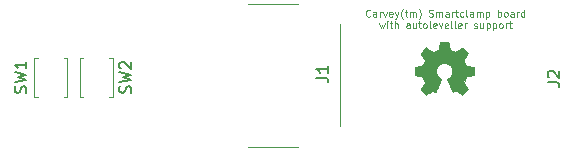
<source format=gbr>
%TF.GenerationSoftware,KiCad,Pcbnew,(2017-10-17 revision 537804b)-master*%
%TF.CreationDate,2018-05-17T21:35:02+10:00*%
%TF.ProjectId,carvey,6361727665792E6B696361645F706362,rev?*%
%TF.SameCoordinates,PX792a110PY61e5090*%
%TF.FileFunction,Legend,Top*%
%TF.FilePolarity,Positive*%
%FSLAX46Y46*%
G04 Gerber Fmt 4.6, Leading zero omitted, Abs format (unit mm)*
G04 Created by KiCad (PCBNEW (2017-10-17 revision 537804b)-master) date Thursday, 17 May 2018 'PMt' 21:35:02*
%MOMM*%
%LPD*%
G01*
G04 APERTURE LIST*
%ADD10C,0.050000*%
%ADD11C,0.002540*%
%ADD12C,0.120000*%
%ADD13C,0.150000*%
G04 APERTURE END LIST*
D10*
X33467857Y12635715D02*
X33439285Y12607143D01*
X33353571Y12578572D01*
X33296428Y12578572D01*
X33210714Y12607143D01*
X33153571Y12664286D01*
X33125000Y12721429D01*
X33096428Y12835715D01*
X33096428Y12921429D01*
X33125000Y13035715D01*
X33153571Y13092858D01*
X33210714Y13150000D01*
X33296428Y13178572D01*
X33353571Y13178572D01*
X33439285Y13150000D01*
X33467857Y13121429D01*
X33982142Y12578572D02*
X33982142Y12892858D01*
X33953571Y12950000D01*
X33896428Y12978572D01*
X33782142Y12978572D01*
X33725000Y12950000D01*
X33982142Y12607143D02*
X33925000Y12578572D01*
X33782142Y12578572D01*
X33725000Y12607143D01*
X33696428Y12664286D01*
X33696428Y12721429D01*
X33725000Y12778572D01*
X33782142Y12807143D01*
X33925000Y12807143D01*
X33982142Y12835715D01*
X34267857Y12578572D02*
X34267857Y12978572D01*
X34267857Y12864286D02*
X34296428Y12921429D01*
X34325000Y12950000D01*
X34382142Y12978572D01*
X34439285Y12978572D01*
X34582142Y12978572D02*
X34725000Y12578572D01*
X34867857Y12978572D01*
X35325000Y12607143D02*
X35267857Y12578572D01*
X35153571Y12578572D01*
X35096428Y12607143D01*
X35067857Y12664286D01*
X35067857Y12892858D01*
X35096428Y12950000D01*
X35153571Y12978572D01*
X35267857Y12978572D01*
X35325000Y12950000D01*
X35353571Y12892858D01*
X35353571Y12835715D01*
X35067857Y12778572D01*
X35553571Y12978572D02*
X35696428Y12578572D01*
X35839285Y12978572D02*
X35696428Y12578572D01*
X35639285Y12435715D01*
X35610714Y12407143D01*
X35553571Y12378572D01*
X36239285Y12350000D02*
X36210714Y12378572D01*
X36153571Y12464286D01*
X36125000Y12521429D01*
X36096428Y12607143D01*
X36067857Y12750000D01*
X36067857Y12864286D01*
X36096428Y13007143D01*
X36125000Y13092858D01*
X36153571Y13150000D01*
X36210714Y13235715D01*
X36239285Y13264286D01*
X36382142Y12978572D02*
X36610714Y12978572D01*
X36467857Y13178572D02*
X36467857Y12664286D01*
X36496428Y12607143D01*
X36553571Y12578572D01*
X36610714Y12578572D01*
X36810714Y12578572D02*
X36810714Y12978572D01*
X36810714Y12921429D02*
X36839285Y12950000D01*
X36896428Y12978572D01*
X36982142Y12978572D01*
X37039285Y12950000D01*
X37067857Y12892858D01*
X37067857Y12578572D01*
X37067857Y12892858D02*
X37096428Y12950000D01*
X37153571Y12978572D01*
X37239285Y12978572D01*
X37296428Y12950000D01*
X37325000Y12892858D01*
X37325000Y12578572D01*
X37553571Y12350000D02*
X37582142Y12378572D01*
X37639285Y12464286D01*
X37667857Y12521429D01*
X37696428Y12607143D01*
X37725000Y12750000D01*
X37725000Y12864286D01*
X37696428Y13007143D01*
X37667857Y13092858D01*
X37639285Y13150000D01*
X37582142Y13235715D01*
X37553571Y13264286D01*
X38439285Y12607143D02*
X38525000Y12578572D01*
X38667857Y12578572D01*
X38725000Y12607143D01*
X38753571Y12635715D01*
X38782142Y12692858D01*
X38782142Y12750000D01*
X38753571Y12807143D01*
X38725000Y12835715D01*
X38667857Y12864286D01*
X38553571Y12892858D01*
X38496428Y12921429D01*
X38467857Y12950000D01*
X38439285Y13007143D01*
X38439285Y13064286D01*
X38467857Y13121429D01*
X38496428Y13150000D01*
X38553571Y13178572D01*
X38696428Y13178572D01*
X38782142Y13150000D01*
X39039285Y12578572D02*
X39039285Y12978572D01*
X39039285Y12921429D02*
X39067857Y12950000D01*
X39125000Y12978572D01*
X39210714Y12978572D01*
X39267857Y12950000D01*
X39296428Y12892858D01*
X39296428Y12578572D01*
X39296428Y12892858D02*
X39325000Y12950000D01*
X39382142Y12978572D01*
X39467857Y12978572D01*
X39525000Y12950000D01*
X39553571Y12892858D01*
X39553571Y12578572D01*
X40096428Y12578572D02*
X40096428Y12892858D01*
X40067857Y12950000D01*
X40010714Y12978572D01*
X39896428Y12978572D01*
X39839285Y12950000D01*
X40096428Y12607143D02*
X40039285Y12578572D01*
X39896428Y12578572D01*
X39839285Y12607143D01*
X39810714Y12664286D01*
X39810714Y12721429D01*
X39839285Y12778572D01*
X39896428Y12807143D01*
X40039285Y12807143D01*
X40096428Y12835715D01*
X40382142Y12578572D02*
X40382142Y12978572D01*
X40382142Y12864286D02*
X40410714Y12921429D01*
X40439285Y12950000D01*
X40496428Y12978572D01*
X40553571Y12978572D01*
X40667857Y12978572D02*
X40896428Y12978572D01*
X40753571Y13178572D02*
X40753571Y12664286D01*
X40782142Y12607143D01*
X40839285Y12578572D01*
X40896428Y12578572D01*
X41353571Y12607143D02*
X41296428Y12578572D01*
X41182142Y12578572D01*
X41125000Y12607143D01*
X41096428Y12635715D01*
X41067857Y12692858D01*
X41067857Y12864286D01*
X41096428Y12921429D01*
X41125000Y12950000D01*
X41182142Y12978572D01*
X41296428Y12978572D01*
X41353571Y12950000D01*
X41696428Y12578572D02*
X41639285Y12607143D01*
X41610714Y12664286D01*
X41610714Y13178572D01*
X42182142Y12578572D02*
X42182142Y12892858D01*
X42153571Y12950000D01*
X42096428Y12978572D01*
X41982142Y12978572D01*
X41925000Y12950000D01*
X42182142Y12607143D02*
X42125000Y12578572D01*
X41982142Y12578572D01*
X41925000Y12607143D01*
X41896428Y12664286D01*
X41896428Y12721429D01*
X41925000Y12778572D01*
X41982142Y12807143D01*
X42125000Y12807143D01*
X42182142Y12835715D01*
X42467857Y12578572D02*
X42467857Y12978572D01*
X42467857Y12921429D02*
X42496428Y12950000D01*
X42553571Y12978572D01*
X42639285Y12978572D01*
X42696428Y12950000D01*
X42725000Y12892858D01*
X42725000Y12578572D01*
X42725000Y12892858D02*
X42753571Y12950000D01*
X42810714Y12978572D01*
X42896428Y12978572D01*
X42953571Y12950000D01*
X42982142Y12892858D01*
X42982142Y12578572D01*
X43267857Y12978572D02*
X43267857Y12378572D01*
X43267857Y12950000D02*
X43325000Y12978572D01*
X43439285Y12978572D01*
X43496428Y12950000D01*
X43525000Y12921429D01*
X43553571Y12864286D01*
X43553571Y12692858D01*
X43525000Y12635715D01*
X43496428Y12607143D01*
X43439285Y12578572D01*
X43325000Y12578572D01*
X43267857Y12607143D01*
X44267857Y12578572D02*
X44267857Y13178572D01*
X44267857Y12950000D02*
X44325000Y12978572D01*
X44439285Y12978572D01*
X44496428Y12950000D01*
X44525000Y12921429D01*
X44553571Y12864286D01*
X44553571Y12692858D01*
X44525000Y12635715D01*
X44496428Y12607143D01*
X44439285Y12578572D01*
X44325000Y12578572D01*
X44267857Y12607143D01*
X44896428Y12578572D02*
X44839285Y12607143D01*
X44810714Y12635715D01*
X44782142Y12692858D01*
X44782142Y12864286D01*
X44810714Y12921429D01*
X44839285Y12950000D01*
X44896428Y12978572D01*
X44982142Y12978572D01*
X45039285Y12950000D01*
X45067857Y12921429D01*
X45096428Y12864286D01*
X45096428Y12692858D01*
X45067857Y12635715D01*
X45039285Y12607143D01*
X44982142Y12578572D01*
X44896428Y12578572D01*
X45610714Y12578572D02*
X45610714Y12892858D01*
X45582142Y12950000D01*
X45525000Y12978572D01*
X45410714Y12978572D01*
X45353571Y12950000D01*
X45610714Y12607143D02*
X45553571Y12578572D01*
X45410714Y12578572D01*
X45353571Y12607143D01*
X45325000Y12664286D01*
X45325000Y12721429D01*
X45353571Y12778572D01*
X45410714Y12807143D01*
X45553571Y12807143D01*
X45610714Y12835715D01*
X45896428Y12578572D02*
X45896428Y12978572D01*
X45896428Y12864286D02*
X45925000Y12921429D01*
X45953571Y12950000D01*
X46010714Y12978572D01*
X46067857Y12978572D01*
X46525000Y12578572D02*
X46525000Y13178572D01*
X46525000Y12607143D02*
X46467857Y12578572D01*
X46353571Y12578572D01*
X46296428Y12607143D01*
X46267857Y12635715D01*
X46239285Y12692858D01*
X46239285Y12864286D01*
X46267857Y12921429D01*
X46296428Y12950000D01*
X46353571Y12978572D01*
X46467857Y12978572D01*
X46525000Y12950000D01*
X34225000Y12028572D02*
X34339285Y11628572D01*
X34453571Y11914286D01*
X34567857Y11628572D01*
X34682142Y12028572D01*
X34910714Y11628572D02*
X34910714Y12028572D01*
X34910714Y12228572D02*
X34882142Y12200000D01*
X34910714Y12171429D01*
X34939285Y12200000D01*
X34910714Y12228572D01*
X34910714Y12171429D01*
X35110714Y12028572D02*
X35339285Y12028572D01*
X35196428Y12228572D02*
X35196428Y11714286D01*
X35225000Y11657143D01*
X35282142Y11628572D01*
X35339285Y11628572D01*
X35539285Y11628572D02*
X35539285Y12228572D01*
X35796428Y11628572D02*
X35796428Y11942858D01*
X35767857Y12000000D01*
X35710714Y12028572D01*
X35625000Y12028572D01*
X35567857Y12000000D01*
X35539285Y11971429D01*
X36796428Y11628572D02*
X36796428Y11942858D01*
X36767857Y12000000D01*
X36710714Y12028572D01*
X36596428Y12028572D01*
X36539285Y12000000D01*
X36796428Y11657143D02*
X36739285Y11628572D01*
X36596428Y11628572D01*
X36539285Y11657143D01*
X36510714Y11714286D01*
X36510714Y11771429D01*
X36539285Y11828572D01*
X36596428Y11857143D01*
X36739285Y11857143D01*
X36796428Y11885715D01*
X37339285Y12028572D02*
X37339285Y11628572D01*
X37082142Y12028572D02*
X37082142Y11714286D01*
X37110714Y11657143D01*
X37167857Y11628572D01*
X37253571Y11628572D01*
X37310714Y11657143D01*
X37339285Y11685715D01*
X37539285Y12028572D02*
X37767857Y12028572D01*
X37625000Y12228572D02*
X37625000Y11714286D01*
X37653571Y11657143D01*
X37710714Y11628572D01*
X37767857Y11628572D01*
X38053571Y11628572D02*
X37996428Y11657143D01*
X37967857Y11685715D01*
X37939285Y11742858D01*
X37939285Y11914286D01*
X37967857Y11971429D01*
X37996428Y12000000D01*
X38053571Y12028572D01*
X38139285Y12028572D01*
X38196428Y12000000D01*
X38225000Y11971429D01*
X38253571Y11914286D01*
X38253571Y11742858D01*
X38225000Y11685715D01*
X38196428Y11657143D01*
X38139285Y11628572D01*
X38053571Y11628572D01*
X38596428Y11628572D02*
X38539285Y11657143D01*
X38510714Y11714286D01*
X38510714Y12228572D01*
X39053571Y11657143D02*
X38996428Y11628572D01*
X38882142Y11628572D01*
X38825000Y11657143D01*
X38796428Y11714286D01*
X38796428Y11942858D01*
X38825000Y12000000D01*
X38882142Y12028572D01*
X38996428Y12028572D01*
X39053571Y12000000D01*
X39082142Y11942858D01*
X39082142Y11885715D01*
X38796428Y11828572D01*
X39282142Y12028572D02*
X39425000Y11628572D01*
X39567857Y12028572D01*
X40025000Y11657143D02*
X39967857Y11628572D01*
X39853571Y11628572D01*
X39796428Y11657143D01*
X39767857Y11714286D01*
X39767857Y11942858D01*
X39796428Y12000000D01*
X39853571Y12028572D01*
X39967857Y12028572D01*
X40025000Y12000000D01*
X40053571Y11942858D01*
X40053571Y11885715D01*
X39767857Y11828572D01*
X40396428Y11628572D02*
X40339285Y11657143D01*
X40310714Y11714286D01*
X40310714Y12228572D01*
X40710714Y11628572D02*
X40653571Y11657143D01*
X40625000Y11714286D01*
X40625000Y12228572D01*
X41167857Y11657143D02*
X41110714Y11628572D01*
X40996428Y11628572D01*
X40939285Y11657143D01*
X40910714Y11714286D01*
X40910714Y11942858D01*
X40939285Y12000000D01*
X40996428Y12028572D01*
X41110714Y12028572D01*
X41167857Y12000000D01*
X41196428Y11942858D01*
X41196428Y11885715D01*
X40910714Y11828572D01*
X41453571Y11628572D02*
X41453571Y12028572D01*
X41453571Y11914286D02*
X41482142Y11971429D01*
X41510714Y12000000D01*
X41567857Y12028572D01*
X41625000Y12028572D01*
X42253571Y11657143D02*
X42310714Y11628572D01*
X42425000Y11628572D01*
X42482142Y11657143D01*
X42510714Y11714286D01*
X42510714Y11742858D01*
X42482142Y11800000D01*
X42425000Y11828572D01*
X42339285Y11828572D01*
X42282142Y11857143D01*
X42253571Y11914286D01*
X42253571Y11942858D01*
X42282142Y12000000D01*
X42339285Y12028572D01*
X42425000Y12028572D01*
X42482142Y12000000D01*
X43025000Y12028572D02*
X43025000Y11628572D01*
X42767857Y12028572D02*
X42767857Y11714286D01*
X42796428Y11657143D01*
X42853571Y11628572D01*
X42939285Y11628572D01*
X42996428Y11657143D01*
X43025000Y11685715D01*
X43310714Y12028572D02*
X43310714Y11428572D01*
X43310714Y12000000D02*
X43367857Y12028572D01*
X43482142Y12028572D01*
X43539285Y12000000D01*
X43567857Y11971429D01*
X43596428Y11914286D01*
X43596428Y11742858D01*
X43567857Y11685715D01*
X43539285Y11657143D01*
X43482142Y11628572D01*
X43367857Y11628572D01*
X43310714Y11657143D01*
X43853571Y12028572D02*
X43853571Y11428572D01*
X43853571Y12000000D02*
X43910714Y12028572D01*
X44025000Y12028572D01*
X44082142Y12000000D01*
X44110714Y11971429D01*
X44139285Y11914286D01*
X44139285Y11742858D01*
X44110714Y11685715D01*
X44082142Y11657143D01*
X44025000Y11628572D01*
X43910714Y11628572D01*
X43853571Y11657143D01*
X44482142Y11628572D02*
X44425000Y11657143D01*
X44396428Y11685715D01*
X44367857Y11742858D01*
X44367857Y11914286D01*
X44396428Y11971429D01*
X44425000Y12000000D01*
X44482142Y12028572D01*
X44567857Y12028572D01*
X44625000Y12000000D01*
X44653571Y11971429D01*
X44682142Y11914286D01*
X44682142Y11742858D01*
X44653571Y11685715D01*
X44625000Y11657143D01*
X44567857Y11628572D01*
X44482142Y11628572D01*
X44939285Y11628572D02*
X44939285Y12028572D01*
X44939285Y11914286D02*
X44967857Y11971429D01*
X44996428Y12000000D01*
X45053571Y12028572D01*
X45110714Y12028572D01*
X45225000Y12028572D02*
X45453571Y12028572D01*
X45310714Y12228572D02*
X45310714Y11714286D01*
X45339285Y11657143D01*
X45396428Y11628572D01*
X45453571Y11628572D01*
D11*
%TO.C,LOGO_OSHW_silkscreen_5mm*%
G36*
X38211160Y5979640D02*
X38236560Y5994880D01*
X38294980Y6030440D01*
X38378800Y6086320D01*
X38477860Y6152360D01*
X38576920Y6218400D01*
X38658200Y6271740D01*
X38714080Y6309840D01*
X38739480Y6322540D01*
X38752180Y6317460D01*
X38797900Y6294600D01*
X38866480Y6259040D01*
X38907120Y6238720D01*
X38968080Y6213320D01*
X39001100Y6205700D01*
X39006180Y6215860D01*
X39029040Y6264120D01*
X39064600Y6345400D01*
X39110320Y6454620D01*
X39166200Y6581620D01*
X39222080Y6716240D01*
X39280500Y6855940D01*
X39336380Y6990560D01*
X39384640Y7109940D01*
X39425280Y7206460D01*
X39450680Y7275040D01*
X39460840Y7302980D01*
X39458300Y7310600D01*
X39425280Y7341080D01*
X39371940Y7381720D01*
X39252560Y7478240D01*
X39135720Y7623020D01*
X39064600Y7788120D01*
X39041740Y7973540D01*
X39062060Y8143720D01*
X39128100Y8306280D01*
X39242400Y8453600D01*
X39382100Y8562820D01*
X39544660Y8631400D01*
X39725000Y8654260D01*
X39897720Y8633940D01*
X40065360Y8567900D01*
X40212680Y8456140D01*
X40276180Y8385020D01*
X40362540Y8235160D01*
X40410800Y8077680D01*
X40415880Y8037040D01*
X40408260Y7861780D01*
X40357460Y7691600D01*
X40263480Y7541740D01*
X40133940Y7417280D01*
X40118700Y7407120D01*
X40060280Y7361400D01*
X40019640Y7330920D01*
X39989160Y7305520D01*
X40212680Y6767040D01*
X40248240Y6683220D01*
X40309200Y6535900D01*
X40362540Y6408900D01*
X40405720Y6307300D01*
X40436200Y6241260D01*
X40448900Y6213320D01*
X40448900Y6210780D01*
X40469220Y6208240D01*
X40509860Y6223480D01*
X40586060Y6259040D01*
X40634320Y6284440D01*
X40692740Y6312380D01*
X40718140Y6322540D01*
X40741000Y6309840D01*
X40794340Y6274280D01*
X40875620Y6220940D01*
X40972140Y6157440D01*
X41063580Y6093940D01*
X41147400Y6038060D01*
X41208360Y5999960D01*
X41238840Y5982180D01*
X41243920Y5982180D01*
X41269320Y5997420D01*
X41317580Y6038060D01*
X41391240Y6106640D01*
X41495380Y6210780D01*
X41510620Y6226020D01*
X41596980Y6312380D01*
X41665560Y6386040D01*
X41711280Y6436840D01*
X41729060Y6459700D01*
X41729060Y6459700D01*
X41713820Y6490180D01*
X41675720Y6551140D01*
X41619840Y6637500D01*
X41551260Y6736560D01*
X41373460Y6995640D01*
X41469980Y7239480D01*
X41500460Y7315680D01*
X41538560Y7404580D01*
X41566500Y7470620D01*
X41581740Y7498560D01*
X41607140Y7508720D01*
X41675720Y7523960D01*
X41772240Y7544280D01*
X41886540Y7564600D01*
X41998300Y7584920D01*
X42097360Y7605240D01*
X42168480Y7617940D01*
X42201500Y7625560D01*
X42209120Y7630640D01*
X42216740Y7645880D01*
X42219280Y7678900D01*
X42221820Y7739860D01*
X42224360Y7833840D01*
X42224360Y7973540D01*
X42224360Y7988780D01*
X42221820Y8118320D01*
X42219280Y8225000D01*
X42216740Y8291040D01*
X42211660Y8318980D01*
X42211660Y8318980D01*
X42181180Y8326600D01*
X42110060Y8341840D01*
X42011000Y8359620D01*
X41891620Y8382480D01*
X41884000Y8385020D01*
X41767160Y8407880D01*
X41668100Y8428200D01*
X41596980Y8443440D01*
X41569040Y8453600D01*
X41561420Y8461220D01*
X41538560Y8506940D01*
X41505540Y8580600D01*
X41464900Y8669500D01*
X41426800Y8763480D01*
X41393780Y8847300D01*
X41370920Y8908260D01*
X41363300Y8936200D01*
X41365840Y8938740D01*
X41383620Y8966680D01*
X41424260Y9027640D01*
X41480140Y9111460D01*
X41548720Y9213060D01*
X41553800Y9220680D01*
X41622380Y9319740D01*
X41678260Y9406100D01*
X41713820Y9464520D01*
X41729060Y9492460D01*
X41729060Y9495000D01*
X41706200Y9525480D01*
X41655400Y9581360D01*
X41581740Y9657560D01*
X41495380Y9746460D01*
X41467440Y9771860D01*
X41368380Y9868380D01*
X41302340Y9929340D01*
X41259160Y9962360D01*
X41238840Y9969980D01*
X41238840Y9969980D01*
X41208360Y9952200D01*
X41144860Y9911560D01*
X41061040Y9853140D01*
X40959440Y9784560D01*
X40951820Y9779480D01*
X40852760Y9710900D01*
X40768940Y9655020D01*
X40710520Y9614380D01*
X40682580Y9599140D01*
X40680040Y9599140D01*
X40639400Y9611840D01*
X40568280Y9637240D01*
X40479380Y9670260D01*
X40387940Y9708360D01*
X40304120Y9743920D01*
X40240620Y9771860D01*
X40210140Y9789640D01*
X40210140Y9789640D01*
X40199980Y9825200D01*
X40182200Y9901400D01*
X40161880Y10003000D01*
X40136480Y10124920D01*
X40133940Y10145240D01*
X40111080Y10264620D01*
X40093300Y10363680D01*
X40078060Y10432260D01*
X40070440Y10460200D01*
X40055200Y10462740D01*
X39996780Y10467820D01*
X39907880Y10470360D01*
X39798660Y10470360D01*
X39686900Y10470360D01*
X39577680Y10467820D01*
X39483700Y10465280D01*
X39415120Y10460200D01*
X39387180Y10455120D01*
X39387180Y10452580D01*
X39377020Y10414480D01*
X39359240Y10340820D01*
X39338920Y10236680D01*
X39316060Y10114760D01*
X39310980Y10091900D01*
X39288120Y9975060D01*
X39267800Y9876000D01*
X39255100Y9809960D01*
X39247480Y9782020D01*
X39234780Y9776940D01*
X39186520Y9756620D01*
X39107780Y9723600D01*
X39008720Y9682960D01*
X38780120Y9591520D01*
X38498180Y9782020D01*
X38472780Y9799800D01*
X38371180Y9868380D01*
X38289900Y9924260D01*
X38231480Y9962360D01*
X38208620Y9975060D01*
X38206080Y9975060D01*
X38178140Y9949660D01*
X38122260Y9896320D01*
X38046060Y9822660D01*
X37957160Y9736300D01*
X37893660Y9670260D01*
X37814920Y9591520D01*
X37766660Y9538180D01*
X37738720Y9505160D01*
X37731100Y9484840D01*
X37733640Y9469600D01*
X37751420Y9441660D01*
X37792060Y9380700D01*
X37850480Y9294340D01*
X37919060Y9195280D01*
X37974940Y9111460D01*
X38035900Y9017480D01*
X38074000Y8951440D01*
X38089240Y8918420D01*
X38084160Y8905720D01*
X38066380Y8849840D01*
X38030820Y8766020D01*
X37990180Y8666960D01*
X37891120Y8445980D01*
X37746340Y8418040D01*
X37657440Y8400260D01*
X37535520Y8377400D01*
X37416140Y8354540D01*
X37233260Y8318980D01*
X37225640Y7643340D01*
X37253580Y7630640D01*
X37281520Y7623020D01*
X37350100Y7607780D01*
X37446620Y7587460D01*
X37563460Y7567140D01*
X37659980Y7549360D01*
X37759040Y7529040D01*
X37830160Y7516340D01*
X37860640Y7508720D01*
X37870800Y7498560D01*
X37893660Y7450300D01*
X37929220Y7374100D01*
X37969860Y7282660D01*
X38007960Y7188680D01*
X38043520Y7099780D01*
X38066380Y7033740D01*
X38076540Y7000720D01*
X38063840Y6972780D01*
X38025740Y6914360D01*
X37972400Y6833080D01*
X37903820Y6734020D01*
X37837780Y6637500D01*
X37779360Y6553680D01*
X37741260Y6492720D01*
X37723480Y6464780D01*
X37733640Y6447000D01*
X37771740Y6398740D01*
X37845400Y6322540D01*
X37957160Y6213320D01*
X37974940Y6195540D01*
X38061300Y6111720D01*
X38134960Y6043140D01*
X38188300Y5997420D01*
X38211160Y5979640D01*
X38211160Y5979640D01*
G37*
X38211160Y5979640D02*
X38236560Y5994880D01*
X38294980Y6030440D01*
X38378800Y6086320D01*
X38477860Y6152360D01*
X38576920Y6218400D01*
X38658200Y6271740D01*
X38714080Y6309840D01*
X38739480Y6322540D01*
X38752180Y6317460D01*
X38797900Y6294600D01*
X38866480Y6259040D01*
X38907120Y6238720D01*
X38968080Y6213320D01*
X39001100Y6205700D01*
X39006180Y6215860D01*
X39029040Y6264120D01*
X39064600Y6345400D01*
X39110320Y6454620D01*
X39166200Y6581620D01*
X39222080Y6716240D01*
X39280500Y6855940D01*
X39336380Y6990560D01*
X39384640Y7109940D01*
X39425280Y7206460D01*
X39450680Y7275040D01*
X39460840Y7302980D01*
X39458300Y7310600D01*
X39425280Y7341080D01*
X39371940Y7381720D01*
X39252560Y7478240D01*
X39135720Y7623020D01*
X39064600Y7788120D01*
X39041740Y7973540D01*
X39062060Y8143720D01*
X39128100Y8306280D01*
X39242400Y8453600D01*
X39382100Y8562820D01*
X39544660Y8631400D01*
X39725000Y8654260D01*
X39897720Y8633940D01*
X40065360Y8567900D01*
X40212680Y8456140D01*
X40276180Y8385020D01*
X40362540Y8235160D01*
X40410800Y8077680D01*
X40415880Y8037040D01*
X40408260Y7861780D01*
X40357460Y7691600D01*
X40263480Y7541740D01*
X40133940Y7417280D01*
X40118700Y7407120D01*
X40060280Y7361400D01*
X40019640Y7330920D01*
X39989160Y7305520D01*
X40212680Y6767040D01*
X40248240Y6683220D01*
X40309200Y6535900D01*
X40362540Y6408900D01*
X40405720Y6307300D01*
X40436200Y6241260D01*
X40448900Y6213320D01*
X40448900Y6210780D01*
X40469220Y6208240D01*
X40509860Y6223480D01*
X40586060Y6259040D01*
X40634320Y6284440D01*
X40692740Y6312380D01*
X40718140Y6322540D01*
X40741000Y6309840D01*
X40794340Y6274280D01*
X40875620Y6220940D01*
X40972140Y6157440D01*
X41063580Y6093940D01*
X41147400Y6038060D01*
X41208360Y5999960D01*
X41238840Y5982180D01*
X41243920Y5982180D01*
X41269320Y5997420D01*
X41317580Y6038060D01*
X41391240Y6106640D01*
X41495380Y6210780D01*
X41510620Y6226020D01*
X41596980Y6312380D01*
X41665560Y6386040D01*
X41711280Y6436840D01*
X41729060Y6459700D01*
X41729060Y6459700D01*
X41713820Y6490180D01*
X41675720Y6551140D01*
X41619840Y6637500D01*
X41551260Y6736560D01*
X41373460Y6995640D01*
X41469980Y7239480D01*
X41500460Y7315680D01*
X41538560Y7404580D01*
X41566500Y7470620D01*
X41581740Y7498560D01*
X41607140Y7508720D01*
X41675720Y7523960D01*
X41772240Y7544280D01*
X41886540Y7564600D01*
X41998300Y7584920D01*
X42097360Y7605240D01*
X42168480Y7617940D01*
X42201500Y7625560D01*
X42209120Y7630640D01*
X42216740Y7645880D01*
X42219280Y7678900D01*
X42221820Y7739860D01*
X42224360Y7833840D01*
X42224360Y7973540D01*
X42224360Y7988780D01*
X42221820Y8118320D01*
X42219280Y8225000D01*
X42216740Y8291040D01*
X42211660Y8318980D01*
X42211660Y8318980D01*
X42181180Y8326600D01*
X42110060Y8341840D01*
X42011000Y8359620D01*
X41891620Y8382480D01*
X41884000Y8385020D01*
X41767160Y8407880D01*
X41668100Y8428200D01*
X41596980Y8443440D01*
X41569040Y8453600D01*
X41561420Y8461220D01*
X41538560Y8506940D01*
X41505540Y8580600D01*
X41464900Y8669500D01*
X41426800Y8763480D01*
X41393780Y8847300D01*
X41370920Y8908260D01*
X41363300Y8936200D01*
X41365840Y8938740D01*
X41383620Y8966680D01*
X41424260Y9027640D01*
X41480140Y9111460D01*
X41548720Y9213060D01*
X41553800Y9220680D01*
X41622380Y9319740D01*
X41678260Y9406100D01*
X41713820Y9464520D01*
X41729060Y9492460D01*
X41729060Y9495000D01*
X41706200Y9525480D01*
X41655400Y9581360D01*
X41581740Y9657560D01*
X41495380Y9746460D01*
X41467440Y9771860D01*
X41368380Y9868380D01*
X41302340Y9929340D01*
X41259160Y9962360D01*
X41238840Y9969980D01*
X41238840Y9969980D01*
X41208360Y9952200D01*
X41144860Y9911560D01*
X41061040Y9853140D01*
X40959440Y9784560D01*
X40951820Y9779480D01*
X40852760Y9710900D01*
X40768940Y9655020D01*
X40710520Y9614380D01*
X40682580Y9599140D01*
X40680040Y9599140D01*
X40639400Y9611840D01*
X40568280Y9637240D01*
X40479380Y9670260D01*
X40387940Y9708360D01*
X40304120Y9743920D01*
X40240620Y9771860D01*
X40210140Y9789640D01*
X40210140Y9789640D01*
X40199980Y9825200D01*
X40182200Y9901400D01*
X40161880Y10003000D01*
X40136480Y10124920D01*
X40133940Y10145240D01*
X40111080Y10264620D01*
X40093300Y10363680D01*
X40078060Y10432260D01*
X40070440Y10460200D01*
X40055200Y10462740D01*
X39996780Y10467820D01*
X39907880Y10470360D01*
X39798660Y10470360D01*
X39686900Y10470360D01*
X39577680Y10467820D01*
X39483700Y10465280D01*
X39415120Y10460200D01*
X39387180Y10455120D01*
X39387180Y10452580D01*
X39377020Y10414480D01*
X39359240Y10340820D01*
X39338920Y10236680D01*
X39316060Y10114760D01*
X39310980Y10091900D01*
X39288120Y9975060D01*
X39267800Y9876000D01*
X39255100Y9809960D01*
X39247480Y9782020D01*
X39234780Y9776940D01*
X39186520Y9756620D01*
X39107780Y9723600D01*
X39008720Y9682960D01*
X38780120Y9591520D01*
X38498180Y9782020D01*
X38472780Y9799800D01*
X38371180Y9868380D01*
X38289900Y9924260D01*
X38231480Y9962360D01*
X38208620Y9975060D01*
X38206080Y9975060D01*
X38178140Y9949660D01*
X38122260Y9896320D01*
X38046060Y9822660D01*
X37957160Y9736300D01*
X37893660Y9670260D01*
X37814920Y9591520D01*
X37766660Y9538180D01*
X37738720Y9505160D01*
X37731100Y9484840D01*
X37733640Y9469600D01*
X37751420Y9441660D01*
X37792060Y9380700D01*
X37850480Y9294340D01*
X37919060Y9195280D01*
X37974940Y9111460D01*
X38035900Y9017480D01*
X38074000Y8951440D01*
X38089240Y8918420D01*
X38084160Y8905720D01*
X38066380Y8849840D01*
X38030820Y8766020D01*
X37990180Y8666960D01*
X37891120Y8445980D01*
X37746340Y8418040D01*
X37657440Y8400260D01*
X37535520Y8377400D01*
X37416140Y8354540D01*
X37233260Y8318980D01*
X37225640Y7643340D01*
X37253580Y7630640D01*
X37281520Y7623020D01*
X37350100Y7607780D01*
X37446620Y7587460D01*
X37563460Y7567140D01*
X37659980Y7549360D01*
X37759040Y7529040D01*
X37830160Y7516340D01*
X37860640Y7508720D01*
X37870800Y7498560D01*
X37893660Y7450300D01*
X37929220Y7374100D01*
X37969860Y7282660D01*
X38007960Y7188680D01*
X38043520Y7099780D01*
X38066380Y7033740D01*
X38076540Y7000720D01*
X38063840Y6972780D01*
X38025740Y6914360D01*
X37972400Y6833080D01*
X37903820Y6734020D01*
X37837780Y6637500D01*
X37779360Y6553680D01*
X37741260Y6492720D01*
X37723480Y6464780D01*
X37733640Y6447000D01*
X37771740Y6398740D01*
X37845400Y6322540D01*
X37957160Y6213320D01*
X37974940Y6195540D01*
X38061300Y6111720D01*
X38134960Y6043140D01*
X38188300Y5997420D01*
X38211160Y5979640D01*
D12*
%TO.C,J1*%
X23125000Y1575000D02*
X27350000Y1575000D01*
X27350000Y13675000D02*
X23125000Y13675000D01*
X30925000Y3300000D02*
X30925000Y11950000D01*
%TO.C,SW1*%
X7500000Y5800000D02*
X7800000Y5800000D01*
X7800000Y5800000D02*
X7800000Y9100000D01*
X7800000Y9100000D02*
X7500000Y9100000D01*
X5300000Y5800000D02*
X5000000Y5800000D01*
X5000000Y5800000D02*
X5000000Y9100000D01*
X5000000Y9100000D02*
X5300000Y9100000D01*
%TO.C,SW2*%
X11675000Y5800000D02*
X11375000Y5800000D01*
X11675000Y9100000D02*
X11675000Y5800000D01*
X11375000Y9100000D02*
X11675000Y9100000D01*
X8875000Y5800000D02*
X9175000Y5800000D01*
X8875000Y9100000D02*
X8875000Y5800000D01*
X9175000Y9100000D02*
X8875000Y9100000D01*
%TO.C,J1*%
D13*
X28902380Y7416667D02*
X29616666Y7416667D01*
X29759523Y7369048D01*
X29854761Y7273810D01*
X29902380Y7130953D01*
X29902380Y7035715D01*
X29902380Y8416667D02*
X29902380Y7845239D01*
X29902380Y8130953D02*
X28902380Y8130953D01*
X29045238Y8035715D01*
X29140476Y7940477D01*
X29188095Y7845239D01*
%TO.C,SW1*%
X4304761Y6116667D02*
X4352380Y6259524D01*
X4352380Y6497620D01*
X4304761Y6592858D01*
X4257142Y6640477D01*
X4161904Y6688096D01*
X4066666Y6688096D01*
X3971428Y6640477D01*
X3923809Y6592858D01*
X3876190Y6497620D01*
X3828571Y6307143D01*
X3780952Y6211905D01*
X3733333Y6164286D01*
X3638095Y6116667D01*
X3542857Y6116667D01*
X3447619Y6164286D01*
X3400000Y6211905D01*
X3352380Y6307143D01*
X3352380Y6545239D01*
X3400000Y6688096D01*
X3352380Y7021429D02*
X4352380Y7259524D01*
X3638095Y7450000D01*
X4352380Y7640477D01*
X3352380Y7878572D01*
X4352380Y8783334D02*
X4352380Y8211905D01*
X4352380Y8497620D02*
X3352380Y8497620D01*
X3495238Y8402381D01*
X3590476Y8307143D01*
X3638095Y8211905D01*
%TO.C,SW2*%
X13179761Y6116667D02*
X13227380Y6259524D01*
X13227380Y6497620D01*
X13179761Y6592858D01*
X13132142Y6640477D01*
X13036904Y6688096D01*
X12941666Y6688096D01*
X12846428Y6640477D01*
X12798809Y6592858D01*
X12751190Y6497620D01*
X12703571Y6307143D01*
X12655952Y6211905D01*
X12608333Y6164286D01*
X12513095Y6116667D01*
X12417857Y6116667D01*
X12322619Y6164286D01*
X12275000Y6211905D01*
X12227380Y6307143D01*
X12227380Y6545239D01*
X12275000Y6688096D01*
X12227380Y7021429D02*
X13227380Y7259524D01*
X12513095Y7450000D01*
X13227380Y7640477D01*
X12227380Y7878572D01*
X12322619Y8211905D02*
X12275000Y8259524D01*
X12227380Y8354762D01*
X12227380Y8592858D01*
X12275000Y8688096D01*
X12322619Y8735715D01*
X12417857Y8783334D01*
X12513095Y8783334D01*
X12655952Y8735715D01*
X13227380Y8164286D01*
X13227380Y8783334D01*
%TO.C,J2*%
X48477380Y7016667D02*
X49191666Y7016667D01*
X49334523Y6969048D01*
X49429761Y6873810D01*
X49477380Y6730953D01*
X49477380Y6635715D01*
X48572619Y7445239D02*
X48525000Y7492858D01*
X48477380Y7588096D01*
X48477380Y7826191D01*
X48525000Y7921429D01*
X48572619Y7969048D01*
X48667857Y8016667D01*
X48763095Y8016667D01*
X48905952Y7969048D01*
X49477380Y7397620D01*
X49477380Y8016667D01*
%TD*%
M02*

</source>
